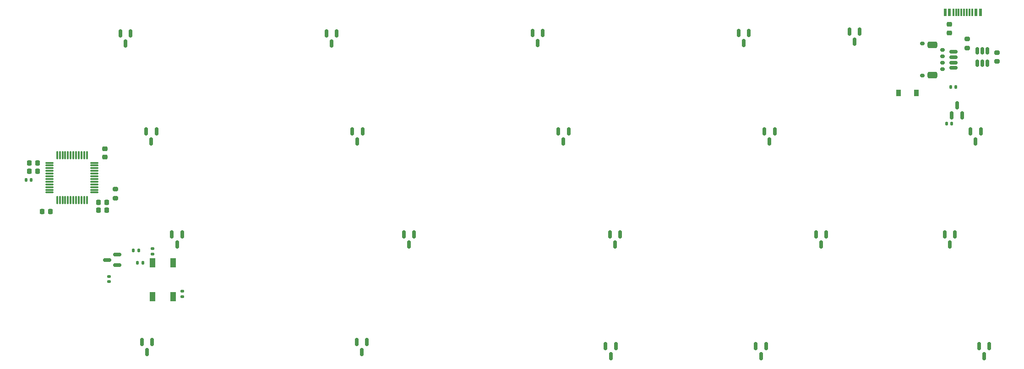
<source format=gbr>
%TF.GenerationSoftware,KiCad,Pcbnew,(6.0.10-0)*%
%TF.CreationDate,2023-01-05T17:16:11+09:00*%
%TF.ProjectId,Tiny Dimply Qazy,54696e79-2044-4696-9d70-6c792051617a,rev?*%
%TF.SameCoordinates,Original*%
%TF.FileFunction,Paste,Bot*%
%TF.FilePolarity,Positive*%
%FSLAX46Y46*%
G04 Gerber Fmt 4.6, Leading zero omitted, Abs format (unit mm)*
G04 Created by KiCad (PCBNEW (6.0.10-0)) date 2023-01-05 17:16:11*
%MOMM*%
%LPD*%
G01*
G04 APERTURE LIST*
G04 Aperture macros list*
%AMRoundRect*
0 Rectangle with rounded corners*
0 $1 Rounding radius*
0 $2 $3 $4 $5 $6 $7 $8 $9 X,Y pos of 4 corners*
0 Add a 4 corners polygon primitive as box body*
4,1,4,$2,$3,$4,$5,$6,$7,$8,$9,$2,$3,0*
0 Add four circle primitives for the rounded corners*
1,1,$1+$1,$2,$3*
1,1,$1+$1,$4,$5*
1,1,$1+$1,$6,$7*
1,1,$1+$1,$8,$9*
0 Add four rect primitives between the rounded corners*
20,1,$1+$1,$2,$3,$4,$5,0*
20,1,$1+$1,$4,$5,$6,$7,0*
20,1,$1+$1,$6,$7,$8,$9,0*
20,1,$1+$1,$8,$9,$2,$3,0*%
G04 Aperture macros list end*
%ADD10RoundRect,0.225000X0.225000X0.250000X-0.225000X0.250000X-0.225000X-0.250000X0.225000X-0.250000X0*%
%ADD11RoundRect,0.150000X-0.150000X0.587500X-0.150000X-0.587500X0.150000X-0.587500X0.150000X0.587500X0*%
%ADD12RoundRect,0.150000X0.625000X-0.150000X0.625000X0.150000X-0.625000X0.150000X-0.625000X-0.150000X0*%
%ADD13RoundRect,0.250000X0.650000X-0.350000X0.650000X0.350000X-0.650000X0.350000X-0.650000X-0.350000X0*%
%ADD14RoundRect,0.135000X0.135000X0.185000X-0.135000X0.185000X-0.135000X-0.185000X0.135000X-0.185000X0*%
%ADD15RoundRect,0.150000X0.150000X-0.512500X0.150000X0.512500X-0.150000X0.512500X-0.150000X-0.512500X0*%
%ADD16RoundRect,0.200000X0.275000X-0.200000X0.275000X0.200000X-0.275000X0.200000X-0.275000X-0.200000X0*%
%ADD17RoundRect,0.140000X0.140000X0.170000X-0.140000X0.170000X-0.140000X-0.170000X0.140000X-0.170000X0*%
%ADD18RoundRect,0.200000X-0.275000X0.200000X-0.275000X-0.200000X0.275000X-0.200000X0.275000X0.200000X0*%
%ADD19RoundRect,0.150000X0.275000X-0.150000X0.275000X0.150000X-0.275000X0.150000X-0.275000X-0.150000X0*%
%ADD20RoundRect,0.175000X0.225000X-0.175000X0.225000X0.175000X-0.225000X0.175000X-0.225000X-0.175000X0*%
%ADD21RoundRect,0.225000X-0.250000X0.225000X-0.250000X-0.225000X0.250000X-0.225000X0.250000X0.225000X0*%
%ADD22RoundRect,0.150000X0.150000X-0.587500X0.150000X0.587500X-0.150000X0.587500X-0.150000X-0.587500X0*%
%ADD23R,1.000000X1.700000*%
%ADD24RoundRect,0.150000X0.587500X0.150000X-0.587500X0.150000X-0.587500X-0.150000X0.587500X-0.150000X0*%
%ADD25RoundRect,0.218750X0.256250X-0.218750X0.256250X0.218750X-0.256250X0.218750X-0.256250X-0.218750X0*%
%ADD26RoundRect,0.135000X0.185000X-0.135000X0.185000X0.135000X-0.185000X0.135000X-0.185000X-0.135000X0*%
%ADD27RoundRect,0.140000X0.170000X-0.140000X0.170000X0.140000X-0.170000X0.140000X-0.170000X-0.140000X0*%
%ADD28RoundRect,0.075000X-0.662500X-0.075000X0.662500X-0.075000X0.662500X0.075000X-0.662500X0.075000X0*%
%ADD29RoundRect,0.075000X-0.075000X-0.662500X0.075000X-0.662500X0.075000X0.662500X-0.075000X0.662500X0*%
%ADD30R,0.600000X1.450000*%
%ADD31R,0.300000X1.450000*%
%ADD32RoundRect,0.140000X-0.170000X0.140000X-0.170000X-0.140000X0.170000X-0.140000X0.170000X0.140000X0*%
%ADD33RoundRect,0.140000X-0.140000X-0.170000X0.140000X-0.170000X0.140000X0.170000X-0.140000X0.170000X0*%
%ADD34R,0.900000X1.200000*%
G04 APERTURE END LIST*
D10*
%TO.C,C_VDDIO1*%
X55235000Y-97070000D03*
X53685000Y-97070000D03*
%TD*%
D11*
%TO.C,D13*%
X175262500Y-123681250D03*
X177162500Y-123681250D03*
X176212500Y-125556250D03*
%TD*%
D12*
%TO.C,J1*%
X211763500Y-72236500D03*
X211763500Y-71236500D03*
X211763500Y-70236500D03*
X211763500Y-69236500D03*
D13*
X207888500Y-67936500D03*
X207888500Y-73536500D03*
%TD*%
D11*
%TO.C,D7*%
X110175000Y-103043750D03*
X112075000Y-103043750D03*
X111125000Y-104918750D03*
%TD*%
%TO.C,D3*%
X67312500Y-103043750D03*
X69212500Y-103043750D03*
X68262500Y-104918750D03*
%TD*%
D14*
%TO.C,R2*%
X61190000Y-106030000D03*
X60170000Y-106030000D03*
%TD*%
D15*
%TO.C,U3*%
X218100000Y-71362500D03*
X217150000Y-71362500D03*
X216200000Y-71362500D03*
X216200000Y-69087500D03*
X217150000Y-69087500D03*
X218100000Y-69087500D03*
%TD*%
D10*
%TO.C,C_VDDA1*%
X42465000Y-89860000D03*
X40915000Y-89860000D03*
%TD*%
D16*
%TO.C,R_USB1*%
X56890000Y-96305000D03*
X56890000Y-94655000D03*
%TD*%
D11*
%TO.C,D16*%
X186375000Y-103043750D03*
X188275000Y-103043750D03*
X187325000Y-104918750D03*
%TD*%
%TO.C,D9*%
X147481250Y-123681250D03*
X149381250Y-123681250D03*
X148431250Y-125556250D03*
%TD*%
D17*
%TO.C,C3*%
X212255000Y-75800000D03*
X211295000Y-75800000D03*
%TD*%
D10*
%TO.C,C_VDDA2*%
X42450000Y-91370000D03*
X40900000Y-91370000D03*
%TD*%
%TO.C,C_VDDIO2*%
X55240000Y-98560000D03*
X53690000Y-98560000D03*
%TD*%
D11*
%TO.C,D1*%
X57787500Y-65881250D03*
X59687500Y-65881250D03*
X58737500Y-67756250D03*
%TD*%
%TO.C,D8*%
X101443750Y-122887500D03*
X103343750Y-122887500D03*
X102393750Y-124762500D03*
%TD*%
%TO.C,D2*%
X62550000Y-83993750D03*
X64450000Y-83993750D03*
X63500000Y-85868750D03*
%TD*%
D18*
%TO.C,R5*%
X219868750Y-69400000D03*
X219868750Y-71050000D03*
%TD*%
D17*
%TO.C,C2*%
X41270000Y-92940000D03*
X40310000Y-92940000D03*
%TD*%
D11*
%TO.C,D6*%
X100650000Y-83993750D03*
X102550000Y-83993750D03*
X101600000Y-85868750D03*
%TD*%
%TO.C,D10*%
X133987500Y-65737500D03*
X135887500Y-65737500D03*
X134937500Y-67612500D03*
%TD*%
%TO.C,D5*%
X95887500Y-65881250D03*
X97787500Y-65881250D03*
X96837500Y-67756250D03*
%TD*%
D19*
%TO.C,J3*%
X209775000Y-72500000D03*
X209775000Y-71300000D03*
X209775000Y-70100000D03*
X209775000Y-68900000D03*
D20*
X206000000Y-73650000D03*
X206000000Y-67750000D03*
%TD*%
D11*
%TO.C,D18*%
X192540000Y-65502500D03*
X194440000Y-65502500D03*
X193490000Y-67377500D03*
%TD*%
D21*
%TO.C,C_VDD1*%
X54910000Y-87185000D03*
X54910000Y-88735000D03*
%TD*%
D22*
%TO.C,U2*%
X213400000Y-81012500D03*
X211500000Y-81012500D03*
X212450000Y-79137500D03*
%TD*%
D23*
%TO.C,SW1*%
X67530000Y-108270000D03*
X67530000Y-114570000D03*
X63730000Y-114570000D03*
X63730000Y-108270000D03*
%TD*%
D11*
%TO.C,D19*%
X214950000Y-83993750D03*
X216850000Y-83993750D03*
X215900000Y-85868750D03*
%TD*%
D10*
%TO.C,C_VDD2*%
X44860000Y-98810000D03*
X43310000Y-98810000D03*
%TD*%
D11*
%TO.C,D4*%
X61756250Y-122887500D03*
X63656250Y-122887500D03*
X62706250Y-124762500D03*
%TD*%
D24*
%TO.C,Q1*%
X57185000Y-106790000D03*
X57185000Y-108690000D03*
X55310000Y-107740000D03*
%TD*%
D11*
%TO.C,D12*%
X148275000Y-103043750D03*
X150175000Y-103043750D03*
X149225000Y-104918750D03*
%TD*%
D18*
%TO.C,R4*%
X214325000Y-66890000D03*
X214325000Y-68540000D03*
%TD*%
D25*
%TO.C,F1*%
X211075000Y-65762500D03*
X211075000Y-64187500D03*
%TD*%
D11*
%TO.C,D14*%
X172087500Y-65737500D03*
X173987500Y-65737500D03*
X173037500Y-67612500D03*
%TD*%
D26*
%TO.C,R3*%
X69240000Y-114570000D03*
X69240000Y-113550000D03*
%TD*%
D11*
%TO.C,D15*%
X176850000Y-83993750D03*
X178750000Y-83993750D03*
X177800000Y-85868750D03*
%TD*%
D27*
%TO.C,C2*%
X55650000Y-111770000D03*
X55650000Y-110810000D03*
%TD*%
D11*
%TO.C,D11*%
X138750000Y-83993750D03*
X140650000Y-83993750D03*
X139700000Y-85868750D03*
%TD*%
D14*
%TO.C,R1*%
X61960000Y-108270000D03*
X60940000Y-108270000D03*
%TD*%
D28*
%TO.C,U1*%
X44667500Y-95280000D03*
X44667500Y-94780000D03*
X44667500Y-94280000D03*
X44667500Y-93780000D03*
X44667500Y-93280000D03*
X44667500Y-92780000D03*
X44667500Y-92280000D03*
X44667500Y-91780000D03*
X44667500Y-91280000D03*
X44667500Y-90780000D03*
X44667500Y-90280000D03*
X44667500Y-89780000D03*
D29*
X46080000Y-88367500D03*
X46580000Y-88367500D03*
X47080000Y-88367500D03*
X47580000Y-88367500D03*
X48080000Y-88367500D03*
X48580000Y-88367500D03*
X49080000Y-88367500D03*
X49580000Y-88367500D03*
X50080000Y-88367500D03*
X50580000Y-88367500D03*
X51080000Y-88367500D03*
X51580000Y-88367500D03*
D28*
X52992500Y-89780000D03*
X52992500Y-90280000D03*
X52992500Y-90780000D03*
X52992500Y-91280000D03*
X52992500Y-91780000D03*
X52992500Y-92280000D03*
X52992500Y-92780000D03*
X52992500Y-93280000D03*
X52992500Y-93780000D03*
X52992500Y-94280000D03*
X52992500Y-94780000D03*
X52992500Y-95280000D03*
D29*
X51580000Y-96692500D03*
X51080000Y-96692500D03*
X50580000Y-96692500D03*
X50080000Y-96692500D03*
X49580000Y-96692500D03*
X49080000Y-96692500D03*
X48580000Y-96692500D03*
X48080000Y-96692500D03*
X47580000Y-96692500D03*
X47080000Y-96692500D03*
X46580000Y-96692500D03*
X46080000Y-96692500D03*
%TD*%
D30*
%TO.C,J2*%
X210268750Y-61988750D03*
X211068750Y-61988750D03*
D31*
X212268750Y-61988750D03*
X213268750Y-61988750D03*
X213768750Y-61988750D03*
X214768750Y-61988750D03*
D30*
X215968750Y-61988750D03*
X216768750Y-61988750D03*
X216768750Y-61988750D03*
X215968750Y-61988750D03*
D31*
X215268750Y-61988750D03*
X214268750Y-61988750D03*
X212768750Y-61988750D03*
X211768750Y-61988750D03*
D30*
X211068750Y-61988750D03*
X210268750Y-61988750D03*
%TD*%
D11*
%TO.C,D17*%
X216537500Y-123681250D03*
X218437500Y-123681250D03*
X217487500Y-125556250D03*
%TD*%
D32*
%TO.C,C1*%
X63740000Y-105670000D03*
X63740000Y-106630000D03*
%TD*%
D33*
%TO.C,C4*%
X210540000Y-82500000D03*
X211500000Y-82500000D03*
%TD*%
D11*
%TO.C,D20*%
X210187500Y-103043750D03*
X212087500Y-103043750D03*
X211137500Y-104918750D03*
%TD*%
D34*
%TO.C,D_PWR1*%
X204930000Y-76850000D03*
X201630000Y-76850000D03*
%TD*%
M02*

</source>
